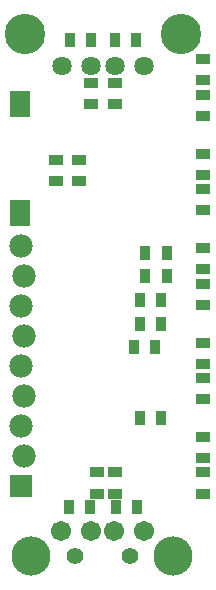
<source format=gbs>
G75*
%MOIN*%
%OFA0B0*%
%FSLAX25Y25*%
%IPPOS*%
%LPD*%
%AMOC8*
5,1,8,0,0,1.08239X$1,22.5*
%
%ADD10R,0.03550X0.05124*%
%ADD11R,0.05124X0.03550*%
%ADD12R,0.07800X0.07800*%
%ADD13C,0.07800*%
%ADD14C,0.06422*%
%ADD15C,0.13455*%
%ADD16C,0.06737*%
%ADD17C,0.13061*%
%ADD18C,0.05518*%
%ADD19R,0.06699X0.08983*%
D10*
X0029753Y0088014D03*
X0036839Y0088014D03*
X0045501Y0088014D03*
X0052587Y0088014D03*
X0053375Y0117542D03*
X0060461Y0117542D03*
X0058493Y0141164D03*
X0060461Y0149038D03*
X0060461Y0156912D03*
X0062430Y0164786D03*
X0062430Y0172660D03*
X0055343Y0172660D03*
X0055343Y0164786D03*
X0053375Y0156912D03*
X0053375Y0149038D03*
X0051406Y0141164D03*
X0052194Y0243526D03*
X0045107Y0243526D03*
X0037233Y0243526D03*
X0030146Y0243526D03*
D11*
X0037233Y0229353D03*
X0037233Y0222266D03*
X0033296Y0203762D03*
X0033296Y0196676D03*
X0025422Y0196676D03*
X0025422Y0203762D03*
X0045107Y0222266D03*
X0045107Y0229353D03*
X0074635Y0230140D03*
X0074635Y0225416D03*
X0074635Y0218329D03*
X0074635Y0205731D03*
X0074635Y0198644D03*
X0074635Y0193920D03*
X0074635Y0186833D03*
X0074635Y0174235D03*
X0074635Y0167148D03*
X0074635Y0162424D03*
X0074635Y0155337D03*
X0074635Y0142739D03*
X0074635Y0135652D03*
X0074635Y0130928D03*
X0074635Y0123841D03*
X0074635Y0111243D03*
X0074635Y0104156D03*
X0074635Y0099431D03*
X0074635Y0092345D03*
X0045107Y0092345D03*
X0045107Y0099431D03*
X0039202Y0099431D03*
X0039202Y0092345D03*
X0074635Y0237227D03*
D12*
X0013780Y0095022D03*
D13*
X0014780Y0105022D03*
X0013780Y0115022D03*
X0014780Y0125022D03*
X0013780Y0135022D03*
X0014780Y0145022D03*
X0013780Y0155022D03*
X0014780Y0165022D03*
X0013808Y0175022D03*
D14*
X0027391Y0234825D03*
X0037233Y0234825D03*
X0045107Y0234825D03*
X0054950Y0234825D03*
D15*
X0067036Y0245494D03*
X0015304Y0245494D03*
D16*
X0027194Y0079865D03*
X0037036Y0079865D03*
X0044910Y0079865D03*
X0054753Y0079865D03*
D17*
X0017351Y0071479D03*
X0064595Y0071479D03*
D18*
X0050028Y0071479D03*
X0031918Y0071479D03*
D19*
X0013611Y0186085D03*
X0013611Y0222227D03*
M02*

</source>
